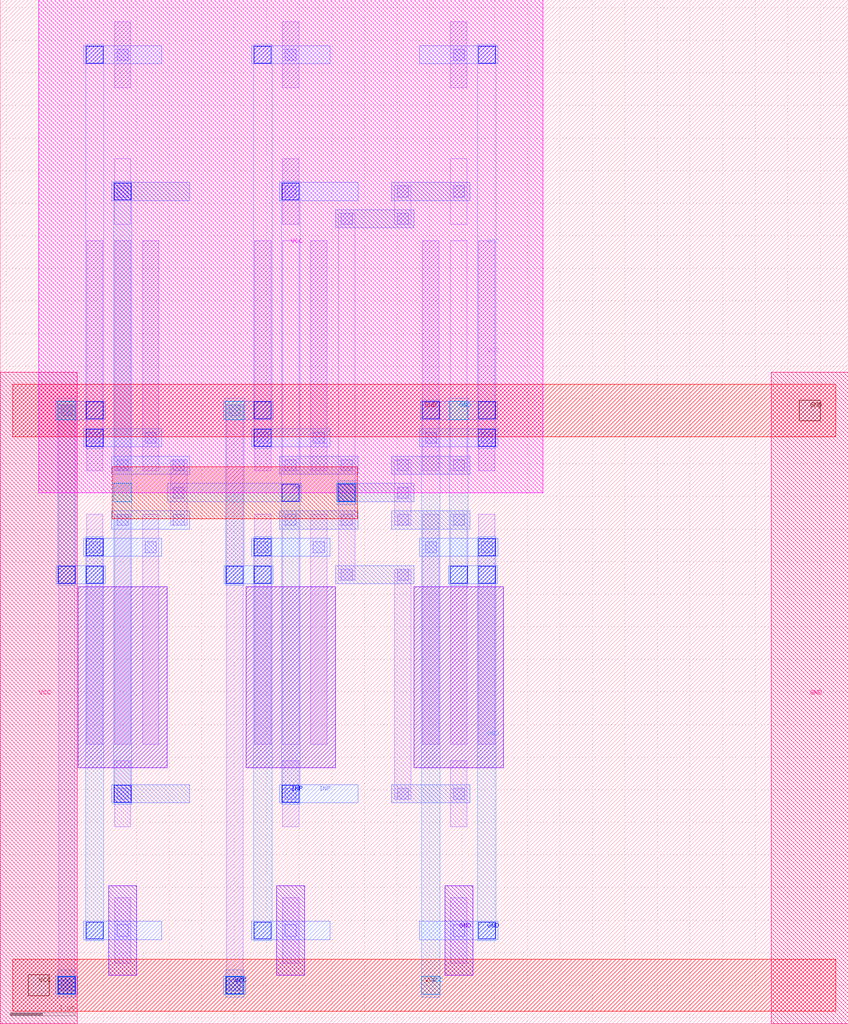
<source format=lef>
VERSION 5.7 ;
  DIVIDERCHAR "/" ;
  BUSBITCHARS "[]" ;
MACRO RING_OSCILLATOR
  CLASS BLOCK ;
  FOREIGN RING_OSCILLATOR ;
  ORIGIN 0.590 0.590 ;
  SIZE 13.020 BY 15.710 ;
  PIN VCC
    ANTENNADIFFAREA 4.578000 ;
    PORT
      LAYER nwell ;
        RECT 0.000 7.560 7.740 15.120 ;
      LAYER li1 ;
        RECT 1.165 13.775 1.415 14.785 ;
        RECT 3.745 13.775 3.995 14.785 ;
        RECT 6.325 13.775 6.575 14.785 ;
        RECT 0.305 -0.085 0.555 8.905 ;
        RECT 0.735 7.895 0.985 11.425 ;
        RECT 1.595 7.895 1.845 11.425 ;
        RECT 2.885 -0.085 3.135 8.905 ;
        RECT 3.315 7.895 3.565 11.425 ;
        RECT 4.175 7.895 4.425 11.425 ;
        RECT 5.895 7.895 6.145 11.425 ;
        RECT 6.755 7.895 7.005 11.425 ;
      LAYER mcon ;
        RECT 1.205 14.195 1.375 14.365 ;
        RECT 3.785 14.195 3.955 14.365 ;
        RECT 6.365 14.195 6.535 14.365 ;
        RECT 0.345 8.735 0.515 8.905 ;
        RECT 0.775 8.315 0.945 8.485 ;
        RECT 1.635 8.315 1.805 8.485 ;
        RECT 2.925 8.735 3.095 8.905 ;
        RECT 0.345 -0.085 0.515 0.085 ;
        RECT 3.355 8.315 3.525 8.485 ;
        RECT 4.215 8.315 4.385 8.485 ;
        RECT 5.935 8.315 6.105 8.485 ;
        RECT 6.795 8.315 6.965 8.485 ;
        RECT 2.925 -0.085 3.095 0.085 ;
      LAYER met1 ;
        RECT 0.690 14.140 1.890 14.420 ;
        RECT 3.270 14.140 4.470 14.420 ;
        RECT 5.850 14.140 7.050 14.420 ;
        RECT 0.260 8.680 1.020 8.960 ;
        RECT 2.840 8.680 3.600 8.960 ;
        RECT 5.860 8.680 7.040 8.960 ;
        RECT 0.690 8.260 1.890 8.540 ;
        RECT 3.270 8.260 4.470 8.540 ;
        RECT 5.850 8.260 7.050 8.540 ;
        RECT 0.260 -0.140 0.600 0.140 ;
        RECT 2.840 -0.140 3.180 0.140 ;
      LAYER via ;
        RECT 0.730 14.150 0.990 14.410 ;
        RECT 3.310 14.150 3.570 14.410 ;
        RECT 6.750 14.150 7.010 14.410 ;
        RECT 0.730 8.690 0.990 8.950 ;
        RECT 3.310 8.690 3.570 8.950 ;
        RECT 5.890 8.690 6.150 8.950 ;
        RECT 6.750 8.690 7.010 8.950 ;
        RECT 0.730 8.270 0.990 8.530 ;
        RECT 3.310 8.270 3.570 8.530 ;
        RECT 6.750 8.270 7.010 8.530 ;
        RECT 0.300 -0.130 0.560 0.130 ;
        RECT 2.880 -0.130 3.140 0.130 ;
      LAYER met2 ;
        RECT 0.720 8.240 1.000 14.440 ;
        RECT 3.300 8.240 3.580 14.440 ;
        RECT 0.290 -0.185 0.570 0.240 ;
        RECT 2.870 -0.185 3.150 0.240 ;
        RECT 5.880 -0.185 6.160 8.980 ;
        RECT 6.740 8.240 7.020 14.440 ;
      LAYER via2 ;
        RECT 0.290 -0.140 0.570 0.140 ;
        RECT 2.870 -0.140 3.150 0.140 ;
        RECT 5.880 -0.140 6.160 0.140 ;
      LAYER met3 ;
        RECT -0.400 -0.400 12.240 0.400 ;
      LAYER via3 ;
        RECT -0.160 -0.160 0.160 0.160 ;
      LAYER met4 ;
        RECT -0.590 -0.590 0.590 9.410 ;
    END
  END VCC
  PIN GND
    ANTENNADIFFAREA 4.578000 ;
    PORT
      LAYER pwell ;
        RECT 1.075 0.150 1.505 1.530 ;
        RECT 3.655 0.150 4.085 1.530 ;
        RECT 6.235 0.150 6.665 1.530 ;
      LAYER li1 ;
        RECT 0.735 3.695 0.985 7.225 ;
        RECT 1.595 3.695 1.845 7.225 ;
        RECT 3.315 3.695 3.565 7.225 ;
        RECT 4.175 3.695 4.425 7.225 ;
        RECT 5.895 3.695 6.145 7.225 ;
        RECT 6.755 3.695 7.005 7.225 ;
        RECT 1.165 0.335 1.415 1.345 ;
        RECT 3.745 0.335 3.995 1.345 ;
        RECT 6.325 0.335 6.575 1.345 ;
      LAYER mcon ;
        RECT 0.775 6.635 0.945 6.805 ;
        RECT 1.635 6.635 1.805 6.805 ;
        RECT 3.355 6.635 3.525 6.805 ;
        RECT 4.215 6.635 4.385 6.805 ;
        RECT 5.935 6.635 6.105 6.805 ;
        RECT 6.795 6.635 6.965 6.805 ;
        RECT 1.205 0.755 1.375 0.925 ;
        RECT 3.785 0.755 3.955 0.925 ;
        RECT 6.365 0.755 6.535 0.925 ;
      LAYER met1 ;
        RECT 0.690 6.580 1.890 6.860 ;
        RECT 3.270 6.580 4.470 6.860 ;
        RECT 5.850 6.580 7.050 6.860 ;
        RECT 0.270 6.160 1.020 6.440 ;
        RECT 2.850 6.160 3.600 6.440 ;
        RECT 6.290 6.160 7.040 6.440 ;
        RECT 0.690 0.700 1.890 0.980 ;
        RECT 3.270 0.700 4.470 0.980 ;
        RECT 5.850 0.700 7.050 0.980 ;
      LAYER via ;
        RECT 0.730 6.590 0.990 6.850 ;
        RECT 3.310 6.590 3.570 6.850 ;
        RECT 6.750 6.590 7.010 6.850 ;
        RECT 0.300 6.170 0.560 6.430 ;
        RECT 0.730 6.170 0.990 6.430 ;
        RECT 2.880 6.170 3.140 6.430 ;
        RECT 3.310 6.170 3.570 6.430 ;
        RECT 6.320 6.170 6.580 6.430 ;
        RECT 6.750 6.170 7.010 6.430 ;
        RECT 0.730 0.710 0.990 0.970 ;
        RECT 3.310 0.710 3.570 0.970 ;
        RECT 6.750 0.710 7.010 0.970 ;
      LAYER met2 ;
        RECT 0.290 6.140 0.570 9.005 ;
        RECT 0.720 0.680 1.000 6.880 ;
        RECT 2.870 6.140 3.150 9.005 ;
        RECT 3.300 0.680 3.580 6.880 ;
        RECT 6.310 6.140 6.590 9.005 ;
        RECT 6.740 0.680 7.020 6.880 ;
      LAYER via2 ;
        RECT 0.290 8.680 0.570 8.960 ;
        RECT 2.870 8.680 3.150 8.960 ;
        RECT 6.310 8.680 6.590 8.960 ;
      LAYER met3 ;
        RECT -0.400 8.420 12.240 9.220 ;
      LAYER via3 ;
        RECT 11.680 8.660 12.000 8.980 ;
      LAYER met4 ;
        RECT 11.250 -0.590 12.430 9.410 ;
    END
  END GND
  PIN INP
    ANTENNAGATEAREA 1.512000 ;
    ANTENNADIFFAREA 1.411200 ;
    PORT
      LAYER li1 ;
        RECT 3.745 11.675 3.995 12.685 ;
        RECT 1.165 7.895 1.415 11.425 ;
        RECT 1.165 3.695 1.415 7.225 ;
        RECT 2.025 7.055 2.275 8.065 ;
        RECT 3.745 2.435 3.995 3.445 ;
      LAYER mcon ;
        RECT 3.785 12.095 3.955 12.265 ;
        RECT 1.205 7.895 1.375 8.065 ;
        RECT 2.065 7.895 2.235 8.065 ;
        RECT 2.065 7.475 2.235 7.645 ;
        RECT 1.205 7.055 1.375 7.225 ;
        RECT 2.065 7.055 2.235 7.225 ;
        RECT 3.785 2.855 3.955 3.025 ;
      LAYER met1 ;
        RECT 3.700 12.040 4.900 12.320 ;
        RECT 1.120 7.840 2.320 8.120 ;
        RECT 1.980 7.420 4.030 7.700 ;
        RECT 1.120 7.000 2.320 7.280 ;
        RECT 3.700 2.800 4.900 3.080 ;
      LAYER via ;
        RECT 3.740 12.050 4.000 12.310 ;
        RECT 3.740 7.430 4.000 7.690 ;
        RECT 3.740 2.810 4.000 3.070 ;
      LAYER met2 ;
        RECT 3.730 2.780 4.010 12.340 ;
    END
  END INP
  OBS
      LAYER pwell ;
        RECT 0.605 3.335 1.975 6.115 ;
        RECT 3.185 3.335 4.555 6.115 ;
        RECT 5.765 3.335 7.135 6.115 ;
      LAYER li1 ;
        RECT 1.165 11.675 1.415 12.685 ;
        RECT 3.745 7.895 3.995 11.425 ;
        RECT 3.745 3.695 3.995 7.225 ;
        RECT 4.605 6.215 4.855 11.845 ;
        RECT 5.465 11.675 5.715 12.265 ;
        RECT 6.325 11.675 6.575 12.685 ;
        RECT 5.465 7.055 5.715 8.065 ;
        RECT 6.325 7.895 6.575 11.425 ;
        RECT 1.165 2.435 1.415 3.445 ;
        RECT 5.465 2.855 5.715 6.385 ;
        RECT 6.325 3.695 6.575 7.225 ;
        RECT 6.325 2.435 6.575 3.445 ;
      LAYER mcon ;
        RECT 1.205 12.095 1.375 12.265 ;
        RECT 5.505 12.095 5.675 12.265 ;
        RECT 4.645 11.675 4.815 11.845 ;
        RECT 5.505 11.675 5.675 11.845 ;
        RECT 6.365 12.095 6.535 12.265 ;
        RECT 3.785 7.895 3.955 8.065 ;
        RECT 4.645 7.895 4.815 8.065 ;
        RECT 3.785 7.055 3.955 7.225 ;
        RECT 4.645 7.055 4.815 7.225 ;
        RECT 5.505 7.895 5.675 8.065 ;
        RECT 6.365 7.895 6.535 8.065 ;
        RECT 5.505 7.475 5.675 7.645 ;
        RECT 5.505 7.055 5.675 7.225 ;
        RECT 6.365 7.055 6.535 7.225 ;
        RECT 4.645 6.215 4.815 6.385 ;
        RECT 5.505 6.215 5.675 6.385 ;
        RECT 1.205 2.855 1.375 3.025 ;
        RECT 5.505 2.855 5.675 3.025 ;
        RECT 6.365 2.855 6.535 3.025 ;
      LAYER met1 ;
        RECT 1.120 12.040 2.320 12.320 ;
        RECT 5.420 12.040 6.620 12.320 ;
        RECT 4.560 11.620 5.760 11.900 ;
        RECT 3.700 7.840 4.900 8.120 ;
        RECT 5.420 7.840 6.620 8.120 ;
        RECT 4.570 7.420 5.760 7.700 ;
        RECT 3.700 7.000 4.900 7.280 ;
        RECT 5.420 7.000 6.620 7.280 ;
        RECT 4.560 6.160 5.760 6.440 ;
        RECT 1.120 2.800 2.320 3.080 ;
        RECT 5.420 2.800 6.620 3.080 ;
      LAYER via ;
        RECT 1.160 12.050 1.420 12.310 ;
        RECT 4.600 7.430 4.860 7.690 ;
        RECT 1.160 2.810 1.420 3.070 ;
      LAYER met2 ;
        RECT 1.150 2.780 1.430 12.340 ;
        RECT 4.590 7.375 4.870 7.745 ;
      LAYER via2 ;
        RECT 1.150 7.420 1.430 7.700 ;
        RECT 4.590 7.420 4.870 7.700 ;
      LAYER met3 ;
        RECT 1.125 7.160 4.895 7.960 ;
  END
END RING_OSCILLATOR
END LIBRARY


</source>
